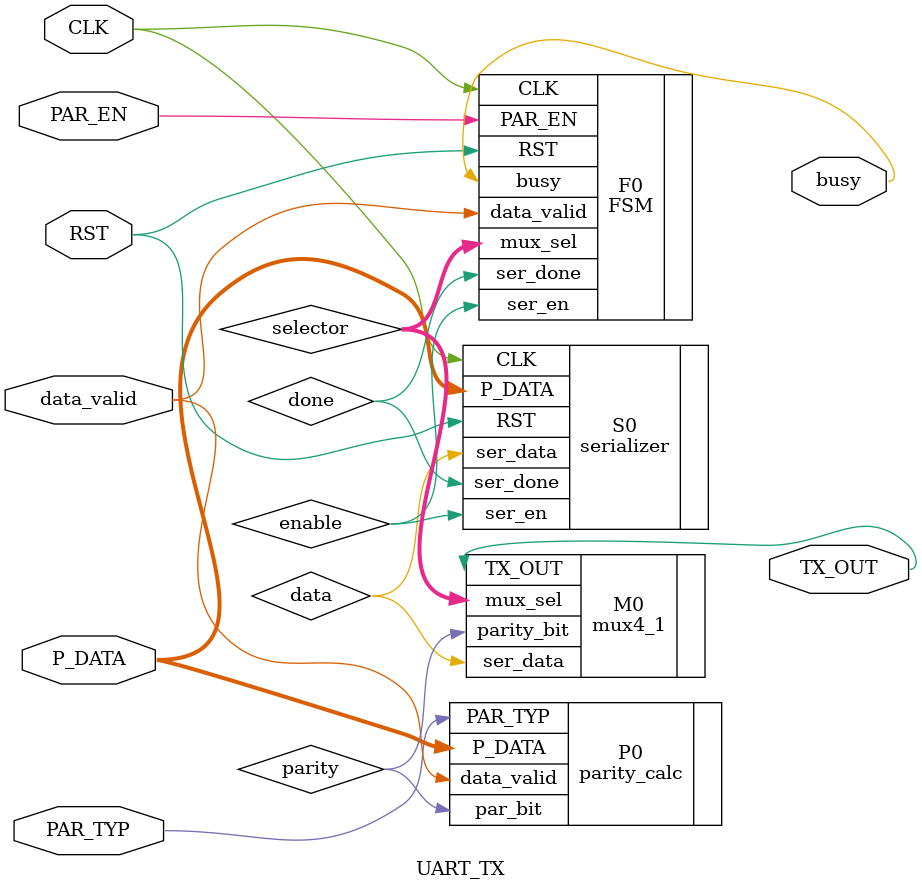
<source format=v>
module UART_TX #(parameter width = 8)
(
  input               CLK,RST,
  input [width-1:0]   P_DATA,
  input               data_valid,
  input               PAR_EN,PAR_TYP,
  output              TX_OUT,
  output              busy
  );
  
  wire done,enable,data,parity;
  wire [1:0] selector;
  
  serializer S0(
  .P_DATA(P_DATA),
  .ser_en(enable),
  .CLK(CLK),
  .RST(RST),
  .ser_done(done),
  .ser_data(data)
  );
  
  FSM F0(
  .data_valid(data_valid),
  .ser_done(done),
  .PAR_EN(PAR_EN),
  .CLK(CLK),
  .RST(RST),
  .ser_en(enable),
  .mux_sel(selector),
  .busy(busy)
  );
  
  mux4_1 M0(
  .mux_sel(selector),
  .parity_bit(parity),
  .ser_data(data),
  .TX_OUT(TX_OUT)
  );
  
  parity_calc P0(
  .P_DATA(P_DATA),
  .data_valid(data_valid),
  .PAR_TYP(PAR_TYP),
  .par_bit(parity)
  );


  
endmodule
</source>
